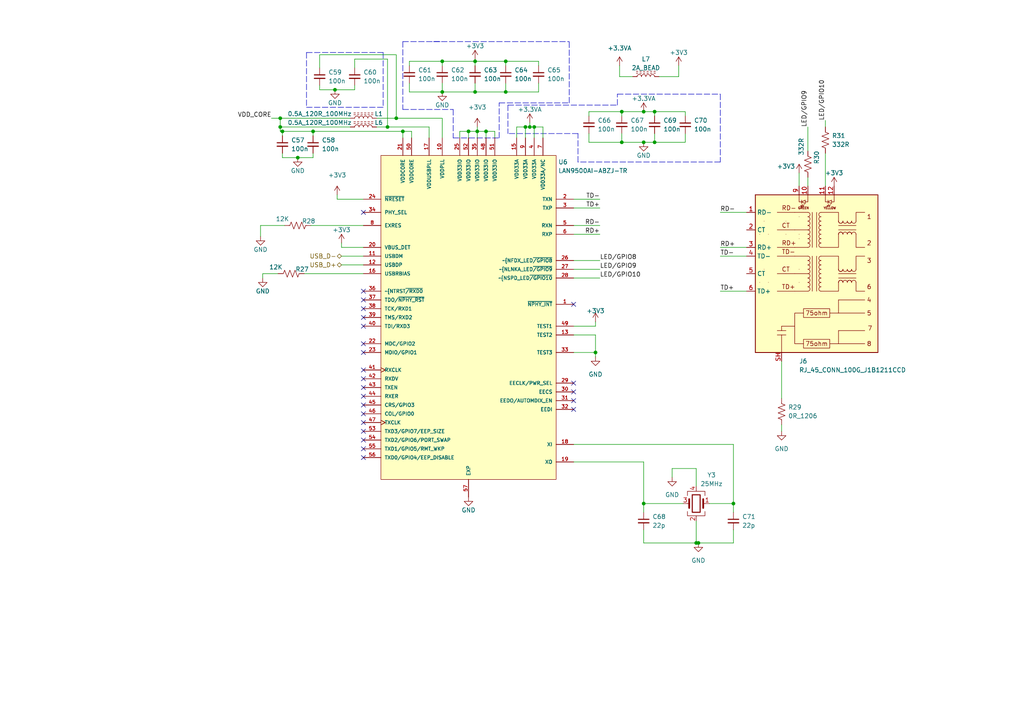
<source format=kicad_sch>
(kicad_sch (version 20211123) (generator eeschema)
  (paper "A4")
  (lib_symbols
    (symbol "Device:C_Small" (pin_numbers hide) (pin_names (offset 0.254) hide)
      (property "Reference" "C" (at 0.254 1.778 0))
      (property "Value" "C_Small" (at 0.254 -2.032 0))
      (symbol "C_Small_0_1"
        (polyline (pts (xy -1.524 -0.508) (xy 1.524 -0.508)) (stroke (width 0.3302)))
        (polyline (pts (xy -1.524 0.508) (xy 1.524 0.508)) (stroke (width 0.3048)))
      )
      (symbol "C_Small_1_1"
        (pin passive line (at 0 2.54 270) (length 2.032) (name "~") (number "1"))
        (pin passive line (at 0 -2.54 90) (length 2.032) (name "~") (number "2"))
      )
    )
    (symbol "Device:Crystal_GND24" (pin_names (offset 1.016) hide)
      (property "Reference" "Y" (at 3.175 5.08 0))
      (property "Value" "Crystal_GND24" (at 3.175 3.175 0))
      (symbol "Crystal_GND24_0_1"
        (rectangle (start -1.143 2.54) (end 1.143 -2.54) (stroke (width 0.3048)))
        (polyline (pts (xy -2.54 0) (xy -2.032 0)))
        (polyline (pts (xy -2.032 -1.27) (xy -2.032 1.27)) (stroke (width 0.508)))
        (polyline (pts (xy 0 -3.81) (xy 0 -3.556)))
        (polyline (pts (xy 0 3.556) (xy 0 3.81)))
        (polyline (pts (xy 2.032 -1.27) (xy 2.032 1.27)) (stroke (width 0.508)))
        (polyline (pts (xy 2.032 0) (xy 2.54 0)))
        (polyline (pts (xy -2.54 -2.286) (xy -2.54 -3.556) (xy 2.54 -3.556) (xy 2.54 -2.286)))
        (polyline (pts (xy -2.54 2.286) (xy -2.54 3.556) (xy 2.54 3.556) (xy 2.54 2.286)))
      )
      (symbol "Crystal_GND24_1_1"
        (pin passive line (at -3.81 0 0) (length 1.27) (name "1") (number "1"))
        (pin passive line (at 0 5.08 270) (length 1.27) (name "2") (number "2"))
        (pin passive line (at 3.81 0 180) (length 1.27) (name "3") (number "3"))
        (pin passive line (at 0 -5.08 90) (length 1.27) (name "4") (number "4"))
      )
    )
    (symbol "Device:L_Ferrite" (pin_numbers hide) (pin_names (offset 1.016) hide)
      (property "Reference" "L" (at -1.27 0 90))
      (property "Value" "L_Ferrite" (at 2.794 0 90))
      (symbol "L_Ferrite_0_1"
        (arc (start 0 -2.54) (mid 0.635 -1.905) (end 0 -1.27))
        (arc (start 0 -1.27) (mid 0.635 -0.635) (end 0 0))
        (polyline (pts (xy 1.016 -2.794) (xy 1.016 -2.286)))
        (polyline (pts (xy 1.016 -1.778) (xy 1.016 -1.27)))
        (polyline (pts (xy 1.016 -0.762) (xy 1.016 -0.254)))
        (polyline (pts (xy 1.016 0.254) (xy 1.016 0.762)))
        (polyline (pts (xy 1.016 1.27) (xy 1.016 1.778)))
        (polyline (pts (xy 1.016 2.286) (xy 1.016 2.794)))
        (polyline (pts (xy 1.524 -2.286) (xy 1.524 -2.794)))
        (polyline (pts (xy 1.524 -1.27) (xy 1.524 -1.778)))
        (polyline (pts (xy 1.524 -0.254) (xy 1.524 -0.762)))
        (polyline (pts (xy 1.524 0.762) (xy 1.524 0.254)))
        (polyline (pts (xy 1.524 1.778) (xy 1.524 1.27)))
        (polyline (pts (xy 1.524 2.794) (xy 1.524 2.286)))
        (arc (start 0 0) (mid 0.635 0.635) (end 0 1.27))
        (arc (start 0 1.27) (mid 0.635 1.905) (end 0 2.54))
      )
      (symbol "L_Ferrite_1_1"
        (pin passive line (at 0 3.81 270) (length 1.27) (name "1") (number "1"))
        (pin passive line (at 0 -3.81 90) (length 1.27) (name "2") (number "2"))
      )
    )
    (symbol "Device:R_US" (pin_numbers hide) (pin_names (offset 0))
      (property "Reference" "R" (at 2.54 0 90))
      (property "Value" "R_US" (at -2.54 0 90))
      (symbol "R_US_0_1"
        (polyline (pts (xy 0 -2.286) (xy 0 -2.54)))
        (polyline (pts (xy 0 2.286) (xy 0 2.54)))
        (polyline (pts (xy 0 -0.762) (xy 1.016 -1.143) (xy 0 -1.524) (xy -1.016 -1.905) (xy 0 -2.286)))
        (polyline (pts (xy 0 0.762) (xy 1.016 0.381) (xy 0 0) (xy -1.016 -0.381) (xy 0 -0.762)))
        (polyline (pts (xy 0 2.286) (xy 1.016 1.905) (xy 0 1.524) (xy -1.016 1.143) (xy 0 0.762)))
      )
      (symbol "R_US_1_1"
        (pin passive line (at 0 3.81 270) (length 1.27) (name "~") (number "1"))
        (pin passive line (at 0 -3.81 90) (length 1.27) (name "~") (number "2"))
      )
    )
    (symbol "GCL_Integrated-Circuits:LAN9500AI-ABZJ-TR" (pin_names (offset 1.016))
      (property "Reference" "U" (at -25.4 49.022 0))
      (property "Value" "LAN9500AI-ABZJ-TR" (at -25.4 -48.26 0))
      (symbol "LAN9500AI-ABZJ-TR_0_0"
        (rectangle (start -25.4 48.26) (end 25.4 -45.72) (stroke (width 0.1524)) (fill (type background)))
        (pin bidirectional line (at 30.48 5.08 180) (length 5.08) (name "~{NPHY_INT}") (number "1"))
        (pin power_in line (at -7.62 53.34 270) (length 5.08) (name "VDDPLL") (number "10"))
        (pin bidirectional line (at -30.48 19.05 0) (length 5.08) (name "USBDM") (number "11"))
        (pin bidirectional line (at -30.48 16.51 0) (length 5.08) (name "USBDP") (number "12"))
        (pin passive line (at 30.48 -3.81 180) (length 5.08) (name "TEST2") (number "13"))
        (pin power_in line (at 13.97 53.34 270) (length 5.08) (name "VDD33A") (number "15"))
        (pin input line (at -30.48 13.97 0) (length 5.08) (name "USBRBIAS") (number "16"))
        (pin power_in line (at -11.43 53.34 270) (length 5.08) (name "VDDUSBPLL") (number "17"))
        (pin input line (at 30.48 -35.56 180) (length 5.08) (name "XI") (number "18"))
        (pin output line (at 30.48 -40.64 180) (length 5.08) (name "XO") (number "19"))
        (pin bidirectional line (at 30.48 35.56 180) (length 5.08) (name "TXN") (number "2"))
        (pin input line (at -30.48 21.59 0) (length 5.08) (name "VBUS_DET") (number "20"))
        (pin power_in line (at -19.05 53.34 270) (length 5.08) (name "VDDCORE") (number "21"))
        (pin bidirectional line (at -30.48 -6.35 0) (length 5.08) (name "MDC/GPIO2") (number "22"))
        (pin bidirectional line (at -30.48 -8.89 0) (length 5.08) (name "MDIO/GPIO1") (number "23"))
        (pin input line (at -30.48 35.56 0) (length 5.08) (name "~{NRESET}") (number "24"))
        (pin power_in line (at -2.54 53.34 270) (length 5.08) (name "VDD33IO") (number "25"))
        (pin bidirectional line (at 30.48 17.78 180) (length 5.08) (name "~{NFDX_LED~{/GPIO8}") (number "26"))
        (pin bidirectional line (at 30.48 15.24 180) (length 5.08) (name "~{NLNKA_LED~{/GPIO9}") (number "27"))
        (pin bidirectional line (at 30.48 12.7 180) (length 5.08) (name "~{NSPD_LED~{/GPIO10}") (number "28"))
        (pin bidirectional line (at 30.48 -17.78 180) (length 5.08) (name "EECLK/PWR_SEL") (number "29"))
        (pin bidirectional line (at 30.48 33.02 180) (length 5.08) (name "TXP") (number "3"))
        (pin output line (at 30.48 -20.32 180) (length 5.08) (name "EECS") (number "30"))
        (pin bidirectional line (at 30.48 -22.86 180) (length 5.08) (name "EEDO/AUTOMDIX_EN") (number "31"))
        (pin input line (at 30.48 -25.4 180) (length 5.08) (name "EEDI") (number "32"))
        (pin passive line (at 30.48 -8.89 180) (length 5.08) (name "TEST3") (number "33"))
        (pin input line (at -30.48 31.75 0) (length 5.08) (name "PHY_SEL") (number "34"))
        (pin power_in line (at 2.54 53.34 270) (length 5.08) (name "VDD33IO") (number "35"))
        (pin input line (at -30.48 8.89 0) (length 5.08) (name "~{NTRST~{/RXD0}") (number "36"))
        (pin output line (at -30.48 6.35 0) (length 5.08) (name "TDO/~{NPHY_RST}") (number "37"))
        (pin input line (at -30.48 3.81 0) (length 5.08) (name "TCK/RXD1") (number "38"))
        (pin input line (at -30.48 1.27 0) (length 5.08) (name "TMS/RXD2") (number "39"))
        (pin power_in line (at 19.05 53.34 270) (length 5.08) (name "VDD33A") (number "4"))
        (pin input line (at -30.48 -1.27 0) (length 5.08) (name "TDI/RXD3") (number "40"))
        (pin input clock (at -30.48 -13.97 0) (length 5.08) (name "RXCLK") (number "41"))
        (pin input line (at -30.48 -16.51 0) (length 5.08) (name "RXDV") (number "42"))
        (pin bidirectional line (at -30.48 -19.05 0) (length 5.08) (name "TXEN") (number "43"))
        (pin bidirectional line (at -30.48 -21.59 0) (length 5.08) (name "RXER") (number "44"))
        (pin bidirectional line (at -30.48 -24.13 0) (length 5.08) (name "CRS/GPIO3") (number "45"))
        (pin bidirectional line (at -30.48 -26.67 0) (length 5.08) (name "COL/GPIO0") (number "46"))
        (pin bidirectional clock (at -30.48 -29.21 0) (length 5.08) (name "TXCLK") (number "47"))
        (pin power_in line (at 5.08 53.34 270) (length 5.08) (name "VDD33IO") (number "48"))
        (pin passive line (at 30.48 -1.27 180) (length 5.08) (name "TEST1") (number "49"))
        (pin bidirectional line (at 30.48 27.94 180) (length 5.08) (name "RXN") (number "5"))
        (pin power_in line (at -16.51 53.34 270) (length 5.08) (name "VDDCORE") (number "50"))
        (pin power_in line (at 7.62 53.34 270) (length 5.08) (name "VDD33IO") (number "51"))
        (pin power_in line (at 0 53.34 270) (length 5.08) (name "VDD33IO") (number "52"))
        (pin bidirectional line (at -30.48 -31.75 0) (length 5.08) (name "TXD3/GPIO7/EEP_SIZE") (number "53"))
        (pin bidirectional line (at -30.48 -34.29 0) (length 5.08) (name "TXD2/GPIO6/PORT_SWAP") (number "54"))
        (pin bidirectional line (at -30.48 -36.83 0) (length 5.08) (name "TXD1/GPIO5/RMT_WKP") (number "55"))
        (pin bidirectional line (at -30.48 -39.37 0) (length 5.08) (name "TXD0/GPIO4/EEP_DISABLE") (number "56"))
        (pin power_in line (at 0 -50.8 90) (length 5.08) (name "EXP") (number "57"))
        (pin bidirectional line (at 30.48 25.4 180) (length 5.08) (name "RXP") (number "6"))
        (pin power_in line (at 21.59 53.34 270) (length 5.08) (name "VDD33A/NC") (number "7"))
        (pin input line (at -30.48 27.94 0) (length 5.08) (name "EXRES") (number "8"))
        (pin power_in line (at 16.51 53.34 270) (length 5.08) (name "VDD33A") (number "9"))
      )
    )
    (symbol "RJ_45_CONN_100G_J1B1211CCD_1"
      (property "Reference" "J" (at 7.62 -29.21 0))
      (property "Value" "RJ_45_CONN_100G_J1B1211CCD_1" (at 19.304 -26.924 0))
      (symbol "RJ_45_CONN_100G_J1B1211CCD_1_0_0"
        (rectangle (start -22.86 -30.48) (end 12.7 -76.2) (stroke (width 0.254)) (fill (type background)))
        (rectangle (start -8.89 -72.39) (end -1.27 -74.93))
        (rectangle (start -8.89 -63.5) (end -1.27 -66.04))
        (polyline (pts (xy -19.05 -73.66) (xy -8.89 -73.66)))
        (polyline (pts (xy -19.05 -69.85) (xy -11.43 -69.85)))
        (polyline (pts (xy -19.05 -64.77) (xy -8.89 -64.77)))
        (polyline (pts (xy -19.05 -60.96) (xy -11.43 -60.96)))
        (polyline (pts (xy -11.43 -69.85) (xy -11.43 -73.66)))
        (polyline (pts (xy -11.43 -60.96) (xy -11.43 -64.77)))
        (polyline (pts (xy 1.27 -68.58) (xy 5.08 -68.58)))
        (polyline (pts (xy 3.81 -71.12) (xy 6.35 -71.12)))
        (polyline (pts (xy 3.81 -69.85) (xy 6.35 -69.85)))
        (polyline (pts (xy 5.08 -71.12) (xy 5.08 -76.2)))
        (polyline (pts (xy 5.08 -68.58) (xy 5.08 -69.85)))
        (polyline (pts (xy 6.35 -58.42) (xy 1.27 -58.42)))
        (polyline (pts (xy 6.35 -53.34) (xy 1.27 -53.34)))
        (polyline (pts (xy 6.35 -48.26) (xy 1.27 -48.26)))
        (polyline (pts (xy 6.35 -45.72) (xy 1.27 -45.72)))
        (polyline (pts (xy 6.35 -40.64) (xy 1.27 -40.64)))
        (polyline (pts (xy 6.35 -35.56) (xy 1.27 -35.56)))
        (polyline (pts (xy -1.27 -64.77) (xy 1.27 -64.77) (xy 1.27 -73.66) (xy -1.27 -73.66)))
        (text "1" (at -20.32 -36.83 0) (effects (font (size 1.27 1.27))))
        (text "2" (at -20.32 -44.45 0) (effects (font (size 1.27 1.27))))
        (text "3" (at -20.32 -49.53 0) (effects (font (size 1.27 1.27))))
        (text "4" (at -20.32 -60.96 0) (effects (font (size 1.27 1.27))))
        (text "5" (at -20.32 -64.77 0) (effects (font (size 1.27 1.27))))
        (text "6" (at -20.32 -57.15 0) (effects (font (size 1.27 1.27))))
        (text "7" (at -20.5548 -69.174 0) (effects (font (size 1.27 1.27))))
        (text "75ohm" (at -5.08 -73.66 0) (effects (font (size 1.27 1.27))))
        (text "75ohm" (at -5.08 -64.77 0) (effects (font (size 1.27 1.27))))
        (text "8" (at -20.32 -73.66 0) (effects (font (size 1.27 1.27))))
        (text "CT" (at 5.08 -39.37 0) (effects (font (size 1.27 1.27)) (justify right)))
        (text "GREEN" (at -1.27 -34.29 0) (effects (font (size 0.635 0.635))))
        (text "RD-" (at 5.08 -34.29 0) (effects (font (size 1.27 1.27)) (justify right)))
        (text "YELLOW" (at -8.89 -34.29 0) (effects (font (size 0.635 0.635))))
      )
      (symbol "RJ_45_CONN_100G_J1B1211CCD_1_0_1"
        (arc (start -2.54 -53.34) (mid -3.175 -53.975) (end -2.54 -54.61))
        (arc (start -2.54 -52.07) (mid -3.175 -52.705) (end -2.54 -53.34))
        (arc (start -2.54 -48.26) (mid -3.175 -48.895) (end -2.54 -49.53))
        (arc (start 0 -52.07) (mid 0 -54.61) (end 0 -52.07))
        (polyline (pts (xy -8.636 -33.782) (xy -9.144 -33.274)))
        (polyline (pts (xy -8.382 -32.004) (xy -8.382 -33.02)))
        (polyline (pts (xy -8.128 -33.782) (xy -8.636 -33.274)))
        (polyline (pts (xy -2.54 -58.42) (xy 1.27 -58.42)))
        (polyline (pts (xy -2.54 -53.34) (xy 1.27 -53.34)))
        (polyline (pts (xy -2.54 -48.26) (xy 1.27 -48.26)))
        (polyline (pts (xy -2.54 -45.72) (xy 1.27 -45.72)))
        (polyline (pts (xy -2.54 -40.64) (xy 1.27 -40.64)))
        (polyline (pts (xy -2.54 -35.56) (xy 1.27 -35.56)))
        (polyline (pts (xy -1.016 -33.782) (xy -1.524 -33.274)))
        (polyline (pts (xy -0.762 -32.004) (xy -0.762 -33.02)))
        (polyline (pts (xy -0.508 -33.782) (xy -1.016 -33.274)))
        (polyline (pts (xy -10.16 -30.48) (xy -10.16 -32.512) (xy -9.398 -32.512)))
        (polyline (pts (xy -8.636 -33.528) (xy -8.636 -33.782) (xy -8.89 -33.782)))
        (polyline (pts (xy -8.128 -33.528) (xy -8.128 -33.782) (xy -8.382 -33.782)))
        (polyline (pts (xy -7.62 -30.48) (xy -7.62 -32.512) (xy -8.382 -32.512)))
        (polyline (pts (xy -2.54 -30.48) (xy -2.54 -32.512) (xy -1.778 -32.512)))
        (polyline (pts (xy -1.016 -33.528) (xy -1.016 -33.782) (xy -1.27 -33.782)))
        (polyline (pts (xy -0.508 -33.528) (xy -0.508 -33.782) (xy -0.762 -33.782)))
        (polyline (pts (xy 0 -30.48) (xy 0 -32.512) (xy -0.762 -32.512)))
        (polyline (pts (xy -8.382 -32.512) (xy -9.398 -32.004) (xy -9.398 -33.02) (xy -8.382 -32.512)))
        (polyline (pts (xy -0.762 -32.512) (xy -1.778 -32.004) (xy -1.778 -33.02) (xy -0.762 -32.512)))
      )
      (symbol "RJ_45_CONN_100G_J1B1211CCD_1_1_1"
        (arc (start -16.51 -52.07) (mid -15.875 -52.705) (end -15.24 -52.07))
        (arc (start -16.51 -38.1) (mid -15.875 -38.735) (end -15.24 -38.1))
        (arc (start -15.24 -55.88) (mid -15.875 -55.245) (end -16.51 -55.88))
        (arc (start -15.24 -52.07) (mid -14.605 -52.705) (end -13.97 -52.07))
        (arc (start -15.24 -52.07) (mid -14.605 -52.705) (end -13.97 -52.07))
        (arc (start -15.24 -41.91) (mid -15.875 -41.275) (end -16.51 -41.91))
        (arc (start -15.24 -38.1) (mid -14.605 -38.735) (end -13.97 -38.1))
        (arc (start -15.24 -38.1) (mid -14.605 -38.735) (end -13.97 -38.1))
        (arc (start -13.97 -55.88) (mid -14.605 -55.245) (end -15.24 -55.88))
        (arc (start -13.97 -55.88) (mid -14.605 -55.245) (end -15.24 -55.88))
        (arc (start -13.97 -52.07) (mid -13.335 -52.705) (end -12.7 -52.07))
        (arc (start -13.97 -41.91) (mid -14.605 -41.275) (end -15.24 -41.91))
        (arc (start -13.97 -41.91) (mid -14.605 -41.275) (end -15.24 -41.91))
        (arc (start -13.97 -38.1) (mid -13.335 -38.735) (end -12.7 -38.1))
        (arc (start -12.7 -55.88) (mid -13.335 -55.245) (end -13.97 -55.88))
        (arc (start -12.7 -52.07) (mid -12.065 -52.705) (end -11.43 -52.07))
        (arc (start -12.7 -52.07) (mid -12.065 -52.705) (end -11.43 -52.07))
        (arc (start -12.7 -41.91) (mid -13.335 -41.275) (end -13.97 -41.91))
        (arc (start -12.7 -38.1) (mid -12.065 -38.735) (end -11.43 -38.1))
        (arc (start -12.7 -38.1) (mid -12.065 -38.735) (end -11.43 -38.1))
        (arc (start -11.43 -55.88) (mid -12.065 -55.245) (end -12.7 -55.88))
        (arc (start -11.43 -55.88) (mid -12.065 -55.245) (end -12.7 -55.88))
        (arc (start -11.43 -41.91) (mid -12.065 -41.275) (end -12.7 -41.91))
        (arc (start -11.43 -41.91) (mid -12.065 -41.275) (end -12.7 -41.91))
        (arc (start -6.35 -58.42) (mid -5.715 -57.785) (end -6.35 -57.15))
        (arc (start -6.35 -57.15) (mid -5.715 -56.515) (end -6.35 -55.88))
        (arc (start -6.35 -55.88) (mid -5.715 -55.245) (end -6.35 -54.61))
        (arc (start -6.35 -54.61) (mid -5.715 -53.975) (end -6.35 -53.34))
        (arc (start -6.35 -53.34) (mid -5.715 -52.705) (end -6.35 -52.07))
        (arc (start -6.35 -52.07) (mid -5.715 -51.435) (end -6.35 -50.8))
        (arc (start -6.35 -50.8) (mid -5.715 -50.165) (end -6.35 -49.53))
        (arc (start -6.35 -49.53) (mid -5.715 -48.895) (end -6.35 -48.26))
        (arc (start -6.35 -45.72) (mid -5.715 -45.085) (end -6.35 -44.45))
        (arc (start -6.35 -44.45) (mid -5.715 -43.815) (end -6.35 -43.18))
        (arc (start -6.35 -43.18) (mid -5.715 -42.545) (end -6.35 -41.91))
        (arc (start -6.35 -41.91) (mid -5.715 -41.275) (end -6.35 -40.64))
        (arc (start -6.35 -40.64) (mid -5.715 -40.005) (end -6.35 -39.37))
        (arc (start -6.35 -39.37) (mid -5.715 -38.735) (end -6.35 -38.1))
        (arc (start -6.35 -38.1) (mid -5.715 -37.465) (end -6.35 -36.83))
        (arc (start -6.35 -36.83) (mid -5.715 -36.195) (end -6.35 -35.56))
        (arc (start -2.54 -57.15) (mid -3.175 -57.785) (end -2.54 -58.42))
        (arc (start -2.54 -55.88) (mid -3.175 -56.515) (end -2.54 -57.15))
        (arc (start -2.54 -54.61) (mid -3.175 -55.245) (end -2.54 -55.88))
        (arc (start -2.54 -50.8) (mid -3.175 -51.435) (end -2.54 -52.07))
        (arc (start -2.54 -49.53) (mid -3.175 -50.165) (end -2.54 -50.8))
        (arc (start -2.54 -44.45) (mid -3.175 -45.085) (end -2.54 -45.72))
        (arc (start -2.54 -43.18) (mid -3.175 -43.815) (end -2.54 -44.45))
        (arc (start -2.54 -41.91) (mid -3.175 -42.545) (end -2.54 -43.18))
        (arc (start -2.54 -40.64) (mid -3.175 -41.275) (end -2.54 -41.91))
        (arc (start -2.54 -39.37) (mid -3.175 -40.005) (end -2.54 -40.64))
        (arc (start -2.54 -38.1) (mid -3.175 -38.735) (end -2.54 -39.37))
        (arc (start -2.54 -36.83) (mid -3.175 -37.465) (end -2.54 -38.1))
        (arc (start -2.54 -35.56) (mid -3.175 -36.195) (end -2.54 -36.83))
        (arc (start 0 -55.88) (mid 0 -58.42) (end 0 -55.88))
        (arc (start 0 -43.18) (mid 0 -45.72) (end 0 -43.18))
        (arc (start 0 -41.91) (mid 0 -44.45) (end 0 -41.91))
        (arc (start 0 -36.83) (mid 0 -39.37) (end 0 -36.83))
        (polyline (pts (xy -16.51 -53.34) (xy -11.43 -53.34)))
        (polyline (pts (xy -16.51 -39.37) (xy -11.43 -39.37)))
        (polyline (pts (xy -11.43 -54.61) (xy -16.51 -54.61)))
        (polyline (pts (xy -11.43 -40.64) (xy -16.51 -40.64)))
        (polyline (pts (xy -5.08 -58.42) (xy -5.08 -48.26)))
        (polyline (pts (xy -5.08 -45.72) (xy -5.08 -35.56)))
        (polyline (pts (xy -3.81 -48.26) (xy -3.81 -58.42)))
        (polyline (pts (xy -3.81 -35.56) (xy -3.81 -45.72)))
        (polyline (pts (xy -16.51 -55.88) (xy -16.51 -58.42) (xy -19.05 -58.42)))
        (polyline (pts (xy -16.51 -52.07) (xy -16.51 -48.26) (xy -19.05 -48.26)))
        (polyline (pts (xy -16.51 -41.91) (xy -16.51 -45.72) (xy -19.05 -45.72)))
        (polyline (pts (xy -16.51 -38.1) (xy -16.51 -35.56) (xy -19.05 -35.56)))
        (polyline (pts (xy -11.43 -55.88) (xy -11.43 -58.42) (xy -6.35 -58.42)))
        (polyline (pts (xy -6.35 -48.26) (xy -11.43 -48.26) (xy -11.43 -52.07)))
        (polyline (pts (xy -6.35 -45.72) (xy -11.43 -45.72) (xy -11.43 -41.91)))
        (polyline (pts (xy -6.35 -35.56) (xy -11.43 -35.56) (xy -11.43 -38.1)))
        (arc (start 3.81 -57.15) (mid 3.81 -54.61) (end 3.81 -57.15))
        (arc (start 3.81 -53.34) (mid 3.81 -50.8) (end 3.81 -53.34))
        (arc (start 3.81 -44.45) (mid 3.81 -41.91) (end 3.81 -44.45))
        (arc (start 3.81 -41.91) (mid 3.81 -39.37) (end 3.81 -41.91))
        (arc (start 3.81 -38.1) (mid 3.81 -35.56) (end 3.81 -38.1))
        (arc (start 8.89 -55.88) (mid 11.43 -55.88) (end 8.89 -55.88))
        (arc (start 8.89 -41.91) (mid 11.43 -41.91) (end 8.89 -41.91))
        (arc (start 10.16 -52.07) (mid 7.62 -52.07) (end 10.16 -52.07))
        (arc (start 10.16 -38.1) (mid 7.62 -38.1) (end 10.16 -38.1))
        (arc (start 11.43 -55.88) (mid 13.97 -55.88) (end 11.43 -55.88))
        (arc (start 11.43 -41.91) (mid 13.97 -41.91) (end 11.43 -41.91))
        (arc (start 12.7 -52.07) (mid 10.16 -52.07) (end 12.7 -52.07))
        (arc (start 12.7 -38.1) (mid 10.16 -38.1) (end 12.7 -38.1))
        (text "CT" (at 5.08 -52.07 0) (effects (font (size 1.27 1.27)) (justify right)))
        (text "RD+" (at 5.08 -44.45 0) (effects (font (size 1.27 1.27)) (justify right)))
        (text "TD+" (at 5.08 -57.15 0) (effects (font (size 1.27 1.27)) (justify right)))
        (text "TD-" (at 5.08 -46.99 0) (effects (font (size 1.27 1.27)) (justify right)))
        (pin passive line (at 15.24 -35.56 180) (length 2.54) (name "RD-") (number "1"))
        (pin passive line (at -2.54 -27.94 270) (length 2.54) (name "~") (number "10"))
        (pin passive line (at -7.62 -27.94 270) (length 2.54) (name "~") (number "11"))
        (pin passive line (at -10.16 -27.94 270) (length 2.54) (name "~") (number "12"))
        (pin passive line (at 15.24 -40.64 180) (length 2.54) (name "CT") (number "2"))
        (pin passive line (at 15.24 -45.72 180) (length 2.54) (name "RD+") (number "3"))
        (pin passive line (at 15.24 -48.26 180) (length 2.54) (name "TD-") (number "4"))
        (pin passive line (at 15.24 -53.34 180) (length 2.54) (name "CT") (number "5"))
        (pin passive line (at 15.24 -58.42 180) (length 2.54) (name "TD+") (number "6"))
        (pin passive line (at 0 -27.94 270) (length 2.54) (name "~") (number "9"))
        (pin passive line (at 5.08 -78.74 90) (length 2.54) (name "~") (number "SH"))
      )
    )
    (symbol "power:+3.3VA" (power) (pin_names (offset 0))
      (property "Value" "+3.3VA" (at 0 3.556 0))
      (symbol "+3.3VA_0_1"
        (polyline (pts (xy -0.762 1.27) (xy 0 2.54)))
        (polyline (pts (xy 0 0) (xy 0 2.54)))
        (polyline (pts (xy 0 2.54) (xy 0.762 1.27)))
      )
      (symbol "+3.3VA_1_1"
        (pin power_in line (at 0 0 90) (length 0) hide (name "+3.3VA") (number "1"))
      )
    )
    (symbol "power:+3V3" (power) (pin_names (offset 0))
      (property "Value" "+3V3" (at 0 3.556 0))
      (symbol "+3V3_0_1"
        (polyline (pts (xy -0.762 1.27) (xy 0 2.54)))
        (polyline (pts (xy 0 0) (xy 0 2.54)))
        (polyline (pts (xy 0 2.54) (xy 0.762 1.27)))
      )
      (symbol "+3V3_1_1"
        (pin power_in line (at 0 0 90) (length 0) hide (name "+3V3") (number "1"))
      )
    )
    (symbol "power:GND" (power) (pin_names (offset 0))
      (property "Value" "GND" (at 0 -3.81 0))
      (symbol "GND_0_1"
        (polyline (pts (xy 0 0) (xy 0 -1.27) (xy 1.27 -1.27) (xy 0 -2.54) (xy -1.27 -1.27) (xy 0 -1.27)))
      )
      (symbol "GND_1_1"
        (pin power_in line (at 0 0 270) (length 0) hide (name "GND") (number "1"))
      )
    )
  )
  (junction (at 137.795 26.67))
  (junction (at 153.67 36.83))
  (junction (at 90.805 38.1))
  (junction (at 212.725 146.05))
  (junction (at 128.27 17.78))
  (junction (at 180.34 41.275))
  (junction (at 114.935 34.29))
  (junction (at 152.4 36.83))
  (junction (at 81.28 36.83))
  (junction (at 189.865 32.385))
  (junction (at 189.865 41.275))
  (junction (at 137.795 17.78))
  (junction (at 202.565 157.48))
  (junction (at 146.685 17.78))
  (junction (at 186.69 41.275))
  (junction (at 138.43 38.1))
  (junction (at 146.685 26.67))
  (junction (at 86.36 45.72))
  (junction (at 180.34 32.385))
  (junction (at 186.69 146.05))
  (junction (at 186.69 32.385))
  (junction (at 201.93 157.48))
  (junction (at 154.94 36.83))
  (junction (at 112.395 36.83))
  (junction (at 97.155 26.035))
  (junction (at 81.915 38.1))
  (junction (at 172.72 102.235))
  (junction (at 116.84 38.1))
  (junction (at 81.28 34.29))
  (junction (at 140.97 38.1))
  (junction (at 128.27 26.67))
  (junction (at 135.89 38.1))
  (no_connect (at 166.37 88.265))
  (no_connect (at 105.41 107.315))
  (no_connect (at 105.41 109.855))
  (no_connect (at 105.41 112.395))
  (no_connect (at 105.41 114.935))
  (no_connect (at 105.41 117.475))
  (no_connect (at 105.41 120.015))
  (no_connect (at 105.41 122.555))
  (no_connect (at 105.41 125.095))
  (no_connect (at 105.41 127.635))
  (no_connect (at 105.41 130.175))
  (no_connect (at 105.41 132.715))
  (no_connect (at 105.41 61.595))
  (no_connect (at 105.41 86.995))
  (no_connect (at 105.41 89.535))
  (no_connect (at 105.41 92.075))
  (no_connect (at 105.41 102.235))
  (no_connect (at 105.41 99.695))
  (no_connect (at 105.41 94.615))
  (no_connect (at 105.41 84.455))
  (no_connect (at 166.37 111.125))
  (no_connect (at 166.37 113.665))
  (no_connect (at 166.37 116.205))
  (no_connect (at 166.37 118.745))
  (wire (pts (xy 201.93 135.89) (xy 194.945 135.89)))
  (wire (pts (xy 172.72 102.235) (xy 172.72 103.505)))
  (polyline (pts (xy 179.07 30.48) (xy 179.07 27.305)))
  (wire (pts (xy 118.745 26.67) (xy 128.27 26.67)))
  (wire (pts (xy 208.915 74.295) (xy 216.535 74.295)))
  (wire (pts (xy 186.69 146.05) (xy 186.69 148.59)))
  (wire (pts (xy 128.27 17.78) (xy 118.745 17.78)))
  (wire (pts (xy 109.22 36.83) (xy 112.395 36.83)))
  (wire (pts (xy 172.72 97.155) (xy 172.72 102.235)))
  (polyline (pts (xy 147.32 30.48) (xy 147.32 38.735)))
  (wire (pts (xy 153.67 36.83) (xy 154.94 36.83)))
  (wire (pts (xy 173.99 65.405) (xy 166.37 65.405)))
  (wire (pts (xy 99.06 70.485) (xy 99.06 71.755)))
  (wire (pts (xy 138.43 36.83) (xy 138.43 38.1)))
  (wire (pts (xy 92.71 19.685) (xy 92.71 15.875)))
  (wire (pts (xy 186.69 153.67) (xy 186.69 157.48)))
  (wire (pts (xy 97.155 26.035) (xy 92.71 26.035)))
  (wire (pts (xy 208.915 71.755) (xy 216.535 71.755)))
  (wire (pts (xy 239.395 34.925) (xy 239.395 36.83)))
  (wire (pts (xy 112.395 36.83) (xy 124.46 36.83)))
  (wire (pts (xy 189.865 32.385) (xy 198.755 32.385)))
  (wire (pts (xy 186.69 41.275) (xy 180.34 41.275)))
  (wire (pts (xy 186.69 146.05) (xy 186.69 133.985)))
  (polyline (pts (xy 167.64 38.735) (xy 147.32 38.735)))
  (wire (pts (xy 202.565 157.48) (xy 212.725 157.48)))
  (wire (pts (xy 146.685 24.13) (xy 146.685 26.67)))
  (wire (pts (xy 156.21 26.67) (xy 156.21 24.13)))
  (wire (pts (xy 76.2 79.375) (xy 76.2 80.645)))
  (wire (pts (xy 114.935 15.875) (xy 114.935 34.29)))
  (polyline (pts (xy 208.915 46.99) (xy 167.64 46.99)))
  (wire (pts (xy 208.915 61.595) (xy 216.535 61.595)))
  (wire (pts (xy 88.265 79.375) (xy 105.41 79.375)))
  (polyline (pts (xy 88.9 15.24) (xy 88.9 31.115)))
  (polyline (pts (xy 111.125 31.115) (xy 88.9 31.115)))
  (wire (pts (xy 146.685 17.78) (xy 137.795 17.78)))
  (wire (pts (xy 166.37 97.155) (xy 172.72 97.155)))
  (wire (pts (xy 173.99 60.325) (xy 166.37 60.325)))
  (wire (pts (xy 109.22 34.29) (xy 114.935 34.29)))
  (wire (pts (xy 137.795 24.13) (xy 137.795 26.67)))
  (wire (pts (xy 133.35 38.1) (xy 135.89 38.1)))
  (wire (pts (xy 189.865 32.385) (xy 189.865 33.655)))
  (wire (pts (xy 196.85 22.225) (xy 191.135 22.225)))
  (wire (pts (xy 128.27 34.29) (xy 128.27 40.005)))
  (wire (pts (xy 156.21 19.05) (xy 156.21 17.78)))
  (wire (pts (xy 114.935 34.29) (xy 128.27 34.29)))
  (wire (pts (xy 189.865 38.735) (xy 189.865 41.275)))
  (wire (pts (xy 234.315 51.435) (xy 234.315 53.975)))
  (wire (pts (xy 186.69 32.385) (xy 189.865 32.385)))
  (polyline (pts (xy 144.78 40.005) (xy 144.78 29.845)))
  (wire (pts (xy 173.99 78.105) (xy 166.37 78.105)))
  (wire (pts (xy 152.4 36.83) (xy 149.86 36.83)))
  (wire (pts (xy 105.41 71.755) (xy 99.06 71.755)))
  (wire (pts (xy 99.06 74.295) (xy 105.41 74.295)))
  (wire (pts (xy 116.84 38.1) (xy 116.84 40.005)))
  (wire (pts (xy 81.915 44.45) (xy 81.915 45.72)))
  (wire (pts (xy 138.43 38.1) (xy 140.97 38.1)))
  (wire (pts (xy 166.37 102.235) (xy 172.72 102.235)))
  (polyline (pts (xy 111.125 15.24) (xy 111.125 31.115)))
  (wire (pts (xy 116.84 38.1) (xy 119.38 38.1)))
  (wire (pts (xy 92.71 26.035) (xy 92.71 24.765)))
  (polyline (pts (xy 88.9 15.24) (xy 111.125 15.24)))
  (wire (pts (xy 180.34 32.385) (xy 170.815 32.385)))
  (wire (pts (xy 81.28 38.1) (xy 81.28 36.83)))
  (wire (pts (xy 196.85 19.05) (xy 196.85 22.225)))
  (wire (pts (xy 90.805 39.37) (xy 90.805 38.1)))
  (polyline (pts (xy 165.1 29.845) (xy 165.1 12.065)))
  (wire (pts (xy 152.4 36.83) (xy 152.4 40.005)))
  (polyline (pts (xy 147.32 30.48) (xy 179.07 30.48)))
  (wire (pts (xy 154.94 40.005) (xy 154.94 36.83)))
  (wire (pts (xy 112.395 17.145) (xy 102.87 17.145)))
  (wire (pts (xy 137.795 17.78) (xy 137.795 19.05)))
  (polyline (pts (xy 131.445 40.005) (xy 144.78 40.005)))
  (wire (pts (xy 234.315 36.83) (xy 234.315 43.815)))
  (polyline (pts (xy 116.84 31.75) (xy 131.445 31.75)))
  (wire (pts (xy 173.99 75.565) (xy 166.37 75.565)))
  (wire (pts (xy 208.915 84.455) (xy 216.535 84.455)))
  (wire (pts (xy 239.395 44.45) (xy 239.395 53.975)))
  (wire (pts (xy 201.93 140.97) (xy 201.93 135.89)))
  (wire (pts (xy 90.17 65.405) (xy 105.41 65.405)))
  (wire (pts (xy 81.28 36.83) (xy 101.6 36.83)))
  (wire (pts (xy 137.795 17.145) (xy 137.795 17.78)))
  (wire (pts (xy 226.695 125.095) (xy 226.695 123.19)))
  (wire (pts (xy 198.755 38.735) (xy 198.755 41.275)))
  (wire (pts (xy 153.67 36.83) (xy 152.4 36.83)))
  (polyline (pts (xy 131.445 31.75) (xy 131.445 40.005)))
  (wire (pts (xy 212.725 157.48) (xy 212.725 153.67)))
  (wire (pts (xy 183.515 22.225) (xy 179.705 22.225)))
  (wire (pts (xy 173.99 57.785) (xy 166.37 57.785)))
  (wire (pts (xy 75.565 65.405) (xy 75.565 68.58)))
  (wire (pts (xy 173.99 67.945) (xy 166.37 67.945)))
  (wire (pts (xy 172.72 93.345) (xy 172.72 94.615)))
  (wire (pts (xy 90.805 38.1) (xy 116.84 38.1)))
  (wire (pts (xy 166.37 128.905) (xy 212.725 128.905)))
  (wire (pts (xy 81.915 45.72) (xy 86.36 45.72)))
  (wire (pts (xy 92.71 15.875) (xy 114.935 15.875)))
  (wire (pts (xy 78.74 34.29) (xy 81.28 34.29)))
  (wire (pts (xy 128.27 26.67) (xy 137.795 26.67)))
  (wire (pts (xy 81.915 38.1) (xy 90.805 38.1)))
  (wire (pts (xy 140.97 40.005) (xy 140.97 38.1)))
  (wire (pts (xy 179.705 19.05) (xy 179.705 22.225)))
  (wire (pts (xy 82.55 65.405) (xy 75.565 65.405)))
  (wire (pts (xy 81.28 34.29) (xy 81.28 36.83)))
  (wire (pts (xy 140.97 38.1) (xy 143.51 38.1)))
  (wire (pts (xy 180.34 32.385) (xy 180.34 33.655)))
  (wire (pts (xy 97.79 56.515) (xy 97.79 57.785)))
  (wire (pts (xy 143.51 38.1) (xy 143.51 40.005)))
  (wire (pts (xy 102.87 26.035) (xy 97.155 26.035)))
  (wire (pts (xy 154.94 36.83) (xy 157.48 36.83)))
  (polyline (pts (xy 208.915 27.305) (xy 208.915 46.99)))
  (wire (pts (xy 166.37 94.615) (xy 172.72 94.615)))
  (wire (pts (xy 170.815 38.735) (xy 170.815 41.275)))
  (wire (pts (xy 86.36 45.72) (xy 90.805 45.72)))
  (wire (pts (xy 180.34 38.735) (xy 180.34 41.275)))
  (wire (pts (xy 112.395 36.83) (xy 112.395 17.145)))
  (wire (pts (xy 198.12 146.05) (xy 186.69 146.05)))
  (wire (pts (xy 99.06 76.835) (xy 105.41 76.835)))
  (wire (pts (xy 119.38 40.005) (xy 119.38 38.1)))
  (wire (pts (xy 170.815 32.385) (xy 170.815 33.655)))
  (wire (pts (xy 146.685 17.78) (xy 146.685 19.05)))
  (wire (pts (xy 157.48 36.83) (xy 157.48 40.005)))
  (polyline (pts (xy 125.73 12.065) (xy 165.1 12.065)))
  (wire (pts (xy 102.87 24.765) (xy 102.87 26.035)))
  (wire (pts (xy 186.69 157.48) (xy 201.93 157.48)))
  (wire (pts (xy 124.46 36.83) (xy 124.46 40.005)))
  (wire (pts (xy 135.89 38.1) (xy 138.43 38.1)))
  (polyline (pts (xy 127.635 12.065) (xy 116.84 12.065)))
  (wire (pts (xy 133.35 40.005) (xy 133.35 38.1)))
  (wire (pts (xy 212.725 128.905) (xy 212.725 146.05)))
  (wire (pts (xy 105.41 57.785) (xy 97.79 57.785)))
  (wire (pts (xy 156.21 17.78) (xy 146.685 17.78)))
  (wire (pts (xy 212.725 146.05) (xy 205.74 146.05)))
  (polyline (pts (xy 144.78 29.845) (xy 165.1 29.845)))
  (wire (pts (xy 212.725 146.05) (xy 212.725 148.59)))
  (wire (pts (xy 137.795 17.78) (xy 128.27 17.78)))
  (wire (pts (xy 81.28 38.1) (xy 81.915 38.1)))
  (wire (pts (xy 198.755 32.385) (xy 198.755 33.655)))
  (wire (pts (xy 118.745 17.78) (xy 118.745 19.05)))
  (wire (pts (xy 231.775 50.165) (xy 231.775 53.975)))
  (wire (pts (xy 173.99 80.645) (xy 166.37 80.645)))
  (wire (pts (xy 186.69 41.275) (xy 189.865 41.275)))
  (wire (pts (xy 138.43 38.1) (xy 138.43 40.005)))
  (wire (pts (xy 186.69 32.385) (xy 180.34 32.385)))
  (wire (pts (xy 80.645 79.375) (xy 76.2 79.375)))
  (wire (pts (xy 201.93 151.13) (xy 201.93 157.48)))
  (wire (pts (xy 170.815 41.275) (xy 180.34 41.275)))
  (polyline (pts (xy 167.64 46.99) (xy 167.64 38.735)))
  (wire (pts (xy 90.805 45.72) (xy 90.805 44.45)))
  (wire (pts (xy 118.745 24.13) (xy 118.745 26.67)))
  (wire (pts (xy 189.865 41.275) (xy 198.755 41.275)))
  (wire (pts (xy 137.795 26.67) (xy 146.685 26.67)))
  (wire (pts (xy 128.27 24.13) (xy 128.27 26.67)))
  (wire (pts (xy 81.915 39.37) (xy 81.915 38.1)))
  (wire (pts (xy 102.87 17.145) (xy 102.87 19.685)))
  (wire (pts (xy 135.89 40.005) (xy 135.89 38.1)))
  (wire (pts (xy 186.69 133.985) (xy 166.37 133.985)))
  (wire (pts (xy 149.86 36.83) (xy 149.86 40.005)))
  (wire (pts (xy 226.695 104.775) (xy 226.695 115.57)))
  (polyline (pts (xy 179.07 27.305) (xy 208.915 27.305)))
  (wire (pts (xy 128.27 17.78) (xy 128.27 19.05)))
  (polyline (pts (xy 116.84 12.065) (xy 116.84 31.75)))
  (wire (pts (xy 153.67 35.56) (xy 153.67 36.83)))
  (wire (pts (xy 81.28 34.29) (xy 101.6 34.29)))
  (wire (pts (xy 194.945 135.89) (xy 194.945 138.43)))
  (wire (pts (xy 146.685 26.67) (xy 156.21 26.67)))
  (wire (pts (xy 201.93 157.48) (xy 202.565 157.48)))
  (label "LED{slash}GPIO9" (at 173.99 78.105 0))
  (label "LED{slash}GPIO9" (at 234.315 36.83 90))
  (label "TD+" (at 173.99 60.325 180))
  (label "LED{slash}GPIO10" (at 239.395 34.925 90))
  (label "VDD_CORE" (at 78.74 34.29 180))
  (label "TD-" (at 173.99 57.785 180))
  (label "TD-" (at 208.915 74.295 0))
  (label "TD+" (at 208.915 84.455 0))
  (label "RD-" (at 208.915 61.595 0))
  (label "RD+" (at 208.915 71.755 0))
  (label "RD-" (at 173.99 65.405 180))
  (label "LED{slash}GPIO10" (at 173.99 80.645 0))
  (label "LED{slash}GPIO8" (at 173.99 75.565 0))
  (label "RD+" (at 173.99 67.945 180))
  (hierarchical_label "USB_D-" (shape bidirectional) (at 99.06 74.295 180))
  (hierarchical_label "USB_D+" (shape bidirectional) (at 99.06 76.835 180))
  (symbol (lib_id "power:GND") (at 194.945 138.43 0) (unit 1)
    (property "Reference" "#PWR091" (effects hide))
    (property "Value" "GND" (at 194.945 143.51 0))
  )
  (symbol (lib_id "Device:C_Small") (at 128.27 21.59 0) (unit 1)
    (property "Reference" "C62" (at 130.81 20.3262 0) (effects (justify left)))
    (property "Value" "100n" (at 130.81 22.8662 0) (effects (justify left)))
  )
  (symbol (lib_id "power:GND") (at 76.2 80.645 0) (unit 1)
    (property "Reference" "#PWR076" (effects hide))
    (property "Value" "GND" (at 76.2 84.455 0))
  )
  (symbol (lib_id "Device:C_Small") (at 102.87 22.225 0) (unit 1)
    (property "Reference" "C60" (at 105.41 20.9612 0) (effects (justify left)))
    (property "Value" "100n" (at 105.41 23.5012 0) (effects (justify left)))
  )
  (symbol (lib_id "power:+3V3") (at 196.85 19.05 0) (unit 1)
    (property "Reference" "#PWR092" (effects hide))
    (property "Value" "+3V3" (at 196.85 15.24 0))
  )
  (symbol (lib_id "power:GND") (at 172.72 103.505 0) (unit 1)
    (property "Reference" "#PWR087" (effects hide))
    (property "Value" "GND" (at 172.72 108.585 0))
  )
  (symbol (lib_id "power:+3V3") (at 138.43 36.83 0) (unit 1)
    (property "Reference" "#PWR084" (effects hide))
    (property "Value" "+3V3" (at 138.43 31.115 0))
  )
  (symbol (lib_id "Device:C_Small") (at 212.725 151.13 0) (unit 1)
    (property "Reference" "C71" (at 215.265 149.8662 0) (effects (justify left)))
    (property "Value" "22p" (at 215.265 152.4062 0) (effects (justify left)))
  )
  (symbol (lib_name "RJ_45_CONN_100G_J1B1211CCD_1") (lib_id "GCL_Connector&USBs:RJ_45_CONN_100G_J1B1211CCD") (at 231.775 26.035 0) (mirror y) (unit 1)
    (property "Reference" "J6" (at 231.775 104.775 0) (effects (justify right)))
    (property "Value" "RJ_45_CONN_100G_J1B1211CCD" (at 231.775 107.315 0) (effects (justify right)))
    (property "Footprint" "greencharge-footprints:RJ45_CONN_J1B1211CCD" (effects hide))
    (property "Datasheet" "https://productfinder.pulseeng.com/doc_type/WEB301/doc_num/JXD6-0001NL/doc_part/JXD6-0001NL.pdf" (effects hide))
  )
  (symbol (lib_id "Device:L_Ferrite") (at 105.41 34.29 90) (unit 1)
    (property "Reference" "L1" (at 109.855 33.02 90))
    (property "Value" "0.5A_120R_100MHz" (at 92.71 33.02 90))
  )
  (symbol (lib_id "power:GND") (at 128.27 26.67 0) (unit 1)
    (property "Reference" "#PWR081" (effects hide))
    (property "Value" "GND" (at 128.27 30.48 0))
  )
  (symbol (lib_id "power:GND") (at 186.69 41.275 0) (unit 1)
    (property "Reference" "#PWR090" (effects hide))
    (property "Value" "GND" (at 186.69 45.085 0))
  )
  (symbol (lib_id "Device:C_Small") (at 156.21 21.59 0) (unit 1)
    (property "Reference" "C65" (at 158.75 20.3262 0) (effects (justify left)))
    (property "Value" "100n" (at 158.75 22.8662 0) (effects (justify left)))
  )
  (symbol (lib_id "power:+3.3VA") (at 179.705 19.05 0) (unit 1)
    (property "Reference" "#PWR088" (effects hide))
    (property "Value" "+3.3VA" (at 179.705 13.97 0))
  )
  (symbol (lib_id "Device:R_US") (at 226.695 119.38 0) (unit 1)
    (property "Reference" "R29" (at 228.6 118.1099 0) (effects (justify left)))
    (property "Value" "0R_1206" (at 228.6 120.6499 0) (effects (justify left)))
  )
  (symbol (lib_id "power:+3V3") (at 241.935 53.975 0) (unit 1)
    (property "Reference" "#PWR096" (effects hide))
    (property "Value" "+3V3" (at 241.935 50.165 0))
  )
  (symbol (lib_id "power:+3V3") (at 137.795 17.145 0) (unit 1)
    (property "Reference" "#PWR083" (effects hide))
    (property "Value" "+3V3" (at 137.795 13.335 0))
  )
  (symbol (lib_id "Device:C_Small") (at 146.685 21.59 0) (unit 1)
    (property "Reference" "C64" (at 149.225 20.3262 0) (effects (justify left)))
    (property "Value" "100n" (at 149.225 22.8662 0) (effects (justify left)))
  )
  (symbol (lib_id "Device:R_US") (at 239.395 40.64 180) (unit 1)
    (property "Reference" "R31" (at 241.3 39.3699 0) (effects (justify right)))
    (property "Value" "332R" (at 241.3 41.9099 0) (effects (justify right)))
  )
  (symbol (lib_id "Device:L_Ferrite") (at 187.325 22.225 90) (unit 1)
    (property "Reference" "L7" (at 187.325 17.145 90))
    (property "Value" "2A_BEAD" (at 187.325 19.685 90))
  )
  (symbol (lib_id "Device:C_Small") (at 198.755 36.195 0) (unit 1)
    (property "Reference" "C70" (at 201.295 34.9312 0) (effects (justify left)))
    (property "Value" "100n" (at 201.295 37.4712 0) (effects (justify left)))
  )
  (symbol (lib_id "Device:C_Small") (at 81.915 41.91 0) (unit 1)
    (property "Reference" "C57" (at 84.455 40.6462 0) (effects (justify left)))
    (property "Value" "100n" (at 84.455 43.1862 0) (effects (justify left)))
  )
  (symbol (lib_id "Device:R_US") (at 84.455 79.375 90) (unit 1)
    (property "Reference" "R27" (at 87.63 78.105 90))
    (property "Value" "12K" (at 80.01 77.47 90))
  )
  (symbol (lib_id "power:+3V3") (at 231.775 50.165 0) (unit 1)
    (property "Reference" "#PWR095" (effects hide))
    (property "Value" "+3V3" (at 227.965 48.26 0))
  )
  (symbol (lib_id "GCL_Integrated-Circuits:LAN9500AI-ABZJ-TR") (at 135.89 93.345 0) (unit 1)
    (property "Reference" "U6" (at 161.925 46.99 0) (effects (justify left)))
    (property "Value" "LAN9500AI-ABZJ-TR" (at 161.925 49.53 0) (effects (justify left)))
    (property "Footprint" "QFN50P800X800X100-57N" (effects hide))
    (property "A_MAX" "1.0" (effects hide))
    (property "B_MAX" "0.3" (effects hide))
    (property "ENOM" "0.5" (effects hide))
    (property "D2_NOM" "5.9" (effects hide))
    (property "D_MAX" "8.15" (effects hide))
    (property "MAXIMUM_PACKAGE_HEIGHT" "1.0mm" (effects hide))
    (property "E2_NOM" "5.9" (effects hide))
    (property "STANDARD" "IPC 7351B" (effects hide))
    (property "D_MIN" "7.85" (effects hide))
    (property "MANUFACTURER" "Microchip" (effects hide))
    (property "PARTREV" "DS00001875C" (effects hide))
    (property "PIN_COUNT_E" "14.0" (effects hide))
    (property "PIN_COUNT_D" "14.0" (effects hide))
    (property "E_MIN" "7.85" (effects hide))
    (property "D_NOM" "8.0" (effects hide))
    (property "E_NOM" "8.0" (effects hide))
    (property "L_MAX" "0.49" (effects hide))
    (property "L_NOM" "0.4" (effects hide))
    (property "L_MIN" "0.29" (effects hide))
    (property "B_NOM" "0.24" (effects hide))
    (property "E_MAX" "8.15" (effects hide))
    (property "B_MIN" "0.18" (effects hide))
  )
  (symbol (lib_id "power:GND") (at 75.565 68.58 0) (unit 1)
    (property "Reference" "#PWR075" (effects hide))
    (property "Value" "GND" (at 75.565 72.39 0))
  )
  (symbol (lib_id "power:+3.3VA") (at 153.67 35.56 0) (unit 1)
    (property "Reference" "#PWR085" (effects hide))
    (property "Value" "+3.3VA" (at 153.67 31.75 0))
  )
  (symbol (lib_id "Device:C_Small") (at 189.865 36.195 0) (unit 1)
    (property "Reference" "C69" (at 192.405 34.9312 0) (effects (justify left)))
    (property "Value" "100n" (at 192.405 37.4712 0) (effects (justify left)))
  )
  (symbol (lib_id "power:GND") (at 86.36 45.72 0) (unit 1)
    (property "Reference" "#PWR077" (effects hide))
    (property "Value" "GND" (at 86.36 49.53 0))
  )
  (symbol (lib_id "Device:R_US") (at 234.315 47.625 180) (unit 1)
    (property "Reference" "R30" (at 236.855 47.625 90) (effects (justify right)))
    (property "Value" "332R" (at 232.41 45.085 90) (effects (justify right)))
  )
  (symbol (lib_id "Device:C_Small") (at 186.69 151.13 0) (unit 1)
    (property "Reference" "C68" (at 189.23 149.8662 0) (effects (justify left)))
    (property "Value" "22p" (at 189.23 152.4062 0) (effects (justify left)))
  )
  (symbol (lib_id "power:+3.3VA") (at 186.69 32.385 0) (unit 1)
    (property "Reference" "#PWR089" (effects hide))
    (property "Value" "+3.3VA" (at 186.69 28.575 0))
  )
  (symbol (lib_id "power:GND") (at 97.155 26.035 0) (unit 1)
    (property "Reference" "#PWR078" (effects hide))
    (property "Value" "GND" (at 97.155 29.845 0))
  )
  (symbol (lib_id "Device:C_Small") (at 90.805 41.91 0) (unit 1)
    (property "Reference" "C58" (at 93.345 40.6462 0) (effects (justify left)))
    (property "Value" "100n" (at 93.345 43.1862 0) (effects (justify left)))
  )
  (symbol (lib_id "Device:C_Small") (at 92.71 22.225 0) (unit 1)
    (property "Reference" "C59" (at 95.25 20.9612 0) (effects (justify left)))
    (property "Value" "100n" (at 95.25 23.5012 0) (effects (justify left)))
  )
  (symbol (lib_id "Device:C_Small") (at 118.745 21.59 0) (unit 1)
    (property "Reference" "C61" (at 121.285 20.3262 0) (effects (justify left)))
    (property "Value" "100n" (at 121.285 22.8662 0) (effects (justify left)))
  )
  (symbol (lib_id "power:+3V3") (at 97.79 56.515 0) (unit 1)
    (property "Reference" "#PWR079" (effects hide))
    (property "Value" "+3V3" (at 97.79 50.8 0))
  )
  (symbol (lib_id "power:GND") (at 135.89 144.145 0) (unit 1)
    (property "Reference" "#PWR082" (effects hide))
    (property "Value" "GND" (at 135.89 147.955 0))
  )
  (symbol (lib_id "power:GND") (at 202.565 157.48 0) (unit 1)
    (property "Reference" "#PWR093" (effects hide))
    (property "Value" "GND" (at 202.565 162.56 0))
  )
  (symbol (lib_id "power:GND") (at 226.695 125.095 0) (unit 1)
    (property "Reference" "#PWR094" (effects hide))
    (property "Value" "GND" (at 226.695 130.175 0))
  )
  (symbol (lib_id "Device:R_US") (at 86.36 65.405 90) (unit 1)
    (property "Reference" "R28" (at 89.535 64.135 90))
    (property "Value" "12K" (at 81.915 63.5 90))
  )
  (symbol (lib_id "power:+3V3") (at 99.06 70.485 0) (unit 1)
    (property "Reference" "#PWR080" (effects hide))
    (property "Value" "+3V3" (at 99.06 66.675 0))
  )
  (symbol (lib_id "power:+3V3") (at 172.72 93.345 0) (unit 1)
    (property "Reference" "#PWR086" (effects hide))
    (property "Value" "+3V3" (at 172.72 90.17 0))
  )
  (symbol (lib_id "Device:C_Small") (at 137.795 21.59 0) (unit 1)
    (property "Reference" "C63" (at 140.335 20.3262 0) (effects (justify left)))
    (property "Value" "100n" (at 140.335 22.8662 0) (effects (justify left)))
  )
  (symbol (lib_id "Device:C_Small") (at 180.34 36.195 0) (unit 1)
    (property "Reference" "C67" (at 182.88 34.9312 0) (effects (justify left)))
    (property "Value" "100n" (at 182.88 37.4712 0) (effects (justify left)))
  )
  (symbol (lib_id "Device:L_Ferrite") (at 105.41 36.83 90) (unit 1)
    (property "Reference" "L6" (at 109.855 35.56 90))
    (property "Value" "0.5A_120R_100MHz" (at 92.71 35.56 90))
  )
  (symbol (lib_id "Device:C_Small") (at 170.815 36.195 0) (unit 1)
    (property "Reference" "C66" (at 173.355 34.9312 0) (effects (justify left)))
    (property "Value" "100n" (at 173.355 37.4712 0) (effects (justify left)))
  )
  (symbol (lib_id "Device:Crystal_GND24") (at 201.93 146.05 180) (unit 1)
    (property "Reference" "Y3" (at 206.375 137.795 0))
    (property "Value" "25MHz" (at 206.375 140.335 0))
  )
)
</source>
